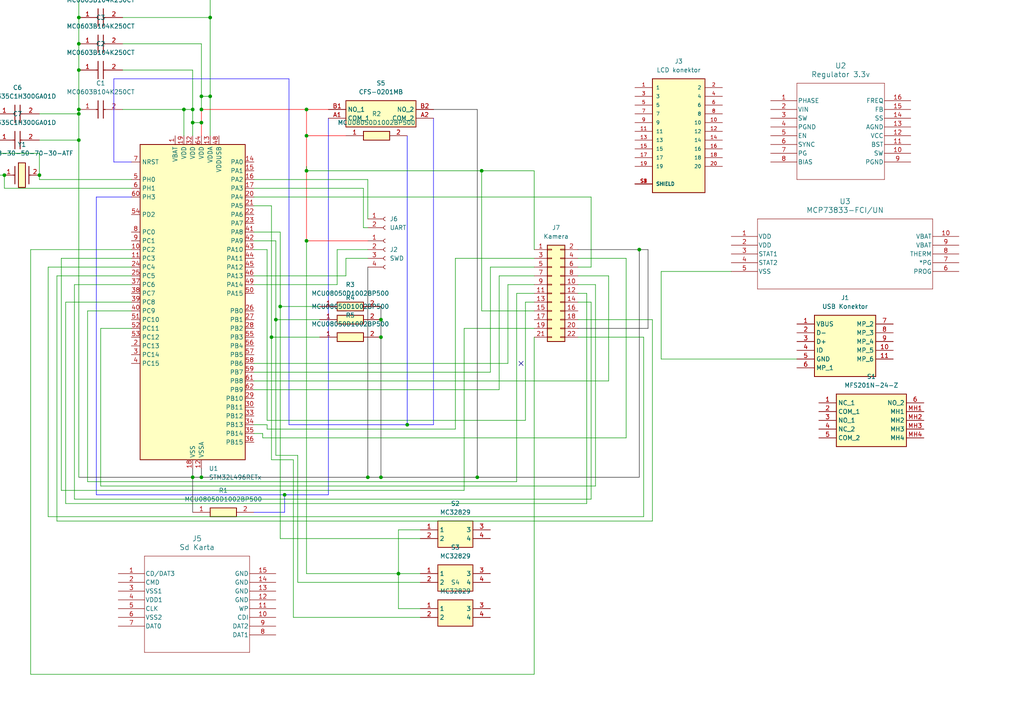
<source format=kicad_sch>
(kicad_sch (version 20250114) (generator "eeschema") (generator_version "9.0")
  (paper "A4")
  (lib_symbols
    (symbol "2025-09-30_17-10-32:MPQ4432GL-AEC1-P" (pin_names (offset 0.254))
      (property "Reference" "U" (at 20.32 10.16 0))
      (property "Value" "MPQ4432GL-AEC1-P" (at 20.32 7.62 0))
      (symbol "MPQ4432GL-AEC1-P_0_1"
        (polyline (pts (xy 7.62 5.08) (xy 7.62 -22.86)) (stroke (width 0.127)))
        (polyline (pts (xy 7.62 -22.86) (xy 33.02 -22.86)) (stroke (width 0.127)))
        (polyline (pts (xy 33.02 5.08) (xy 7.62 5.08)) (stroke (width 0.127)))
        (polyline (pts (xy 33.02 -22.86) (xy 33.02 5.08)) (stroke (width 0.127)))
        (pin unspecified line (at 0 0 0) (length 7.62) (name "PHASE") (number "1"))
        (pin power_in line (at 0 -2.54 0) (length 7.62) (name "VIN") (number "2"))
        (pin output line (at 0 -5.08 0) (length 7.62) (name "SW") (number "3"))
        (pin power_out line (at 0 -7.62 0) (length 7.62) (name "PGND") (number "4"))
        (pin unspecified line (at 0 -10.16 0) (length 7.62) (name "EN") (number "5"))
        (pin unspecified line (at 0 -12.7 0) (length 7.62) (name "SYNC") (number "6"))
        (pin output line (at 0 -15.24 0) (length 7.62) (name "PG") (number "7"))
        (pin power_in line (at 0 -17.78 0) (length 7.62) (name "BIAS") (number "8"))
        (pin unspecified line (at 40.64 0 180) (length 7.62) (name "FREQ") (number "16"))
        (pin input line (at 40.64 -2.54 180) (length 7.62) (name "FB") (number "15"))
        (pin input line (at 40.64 -5.08 180) (length 7.62) (name "SS") (number "14"))
        (pin power_out line (at 40.64 -7.62 180) (length 7.62) (name "AGND") (number "13"))
        (pin power_in line (at 40.64 -10.16 180) (length 7.62) (name "VCC") (number "12"))
        (pin power_in line (at 40.64 -12.7 180) (length 7.62) (name "BST") (number "11"))
        (pin output line (at 40.64 -15.24 180) (length 7.62) (name "SW") (number "10"))
        (pin power_out line (at 40.64 -17.78 180) (length 7.62) (name "PGND") (number "9"))
      )
    )
    (symbol "2025-09-30_17-20-56:MCP73833-FCI_UN" (pin_names (offset 0.254))
      (property "Reference" "U" (at 33.02 10.16 0))
      (property "Value" "MCP73833-FCI/UN" (at 33.02 7.62 0))
      (symbol "MCP73833-FCI_UN_0_1"
        (polyline (pts (xy 7.62 5.08) (xy 7.62 -15.24)) (stroke (width 0.127)))
        (polyline (pts (xy 7.62 -15.24) (xy 58.42 -15.24)) (stroke (width 0.127)))
        (polyline (pts (xy 58.42 5.08) (xy 7.62 5.08)) (stroke (width 0.127)))
        (polyline (pts (xy 58.42 -15.24) (xy 58.42 5.08)) (stroke (width 0.127)))
        (pin unspecified line (at 0 0 0) (length 7.62) (name "VDD") (number "1"))
        (pin unspecified line (at 0 -2.54 0) (length 7.62) (name "VDD") (number "2"))
        (pin unspecified line (at 0 -5.08 0) (length 7.62) (name "STAT1") (number "3"))
        (pin unspecified line (at 0 -7.62 0) (length 7.62) (name "STAT2") (number "4"))
        (pin unspecified line (at 0 -10.16 0) (length 7.62) (name "VSS") (number "5"))
        (pin unspecified line (at 66.04 0 180) (length 7.62) (name "VBAT") (number "10"))
        (pin unspecified line (at 66.04 -2.54 180) (length 7.62) (name "VBAT") (number "9"))
        (pin unspecified line (at 66.04 -5.08 180) (length 7.62) (name "THERM") (number "8"))
        (pin unspecified line (at 66.04 -7.62 180) (length 7.62) (name "*PG") (number "7"))
        (pin unspecified line (at 66.04 -10.16 180) (length 7.62) (name "PROG") (number "6"))
      )
    )
    (symbol "2025-09-30_19-14-30:GSD090012SEU" (pin_names (offset 0.254))
      (property "Reference" "J" (at 22.86 10.16 0))
      (property "Value" "GSD090012SEU" (at 22.86 7.62 0))
      (symbol "GSD090012SEU_0_1"
        (polyline (pts (xy 7.62 5.08) (xy 7.62 -22.86)) (stroke (width 0.127)))
        (polyline (pts (xy 7.62 -22.86) (xy 38.1 -22.86)) (stroke (width 0.127)))
        (polyline (pts (xy 38.1 5.08) (xy 7.62 5.08)) (stroke (width 0.127)))
        (polyline (pts (xy 38.1 -22.86) (xy 38.1 5.08)) (stroke (width 0.127)))
        (pin unspecified line (at 0 0 0) (length 7.62) (name "CD/DAT3") (number "1"))
        (pin unspecified line (at 0 -2.54 0) (length 7.62) (name "CMD") (number "2"))
        (pin power_out line (at 0 -5.08 0) (length 7.62) (name "VSS1") (number "3"))
        (pin power_in line (at 0 -7.62 0) (length 7.62) (name "VDD1") (number "4"))
        (pin unspecified line (at 0 -10.16 0) (length 7.62) (name "CLK") (number "5"))
        (pin power_out line (at 0 -12.7 0) (length 7.62) (name "VSS2") (number "6"))
        (pin bidirectional line (at 0 -15.24 0) (length 7.62) (name "DAT0") (number "7"))
        (pin power_out line (at 45.72 0 180) (length 7.62) (name "GND") (number "15"))
        (pin power_out line (at 45.72 -2.54 180) (length 7.62) (name "GND") (number "14"))
        (pin power_out line (at 45.72 -5.08 180) (length 7.62) (name "GND") (number "13"))
        (pin power_out line (at 45.72 -7.62 180) (length 7.62) (name "GND") (number "12"))
        (pin unspecified line (at 45.72 -10.16 180) (length 7.62) (name "WP") (number "11"))
        (pin unspecified line (at 45.72 -12.7 180) (length 7.62) (name "CDI") (number "10"))
        (pin bidirectional line (at 45.72 -15.24 180) (length 7.62) (name "DAT2") (number "9"))
        (pin bidirectional line (at 45.72 -17.78 180) (length 7.62) (name "DAT1") (number "8"))
      )
    )
    (symbol "47346-0001:47346-0001"
      (property "Reference" "J" (at 24.13 7.62 0))
      (property "Value" "47346-0001" (at 24.13 5.08 0))
      (symbol "47346-0001_1_1"
        (rectangle (start 5.08 2.54) (end 22.86 -15.24) (stroke (width 0.254)) (fill (type background)))
        (pin passive line (at 0 0 0) (length 5.08) (name "VBUS") (number "1"))
        (pin passive line (at 0 -2.54 0) (length 5.08) (name "D-") (number "2"))
        (pin passive line (at 0 -5.08 0) (length 5.08) (name "D+") (number "3"))
        (pin passive line (at 0 -7.62 0) (length 5.08) (name "ID") (number "4"))
        (pin passive line (at 0 -10.16 0) (length 5.08) (name "GND") (number "5"))
        (pin passive line (at 0 -12.7 0) (length 5.08) (name "MP_1") (number "6"))
        (pin passive line (at 27.94 0 180) (length 5.08) (name "MP_2") (number "7"))
        (pin passive line (at 27.94 -2.54 180) (length 5.08) (name "MP_3") (number "8"))
        (pin passive line (at 27.94 -5.08 180) (length 5.08) (name "MP_4") (number "9"))
        (pin passive line (at 27.94 -7.62 180) (length 5.08) (name "MP_5") (number "10"))
        (pin passive line (at 27.94 -10.16 180) (length 5.08) (name "MP_6") (number "11"))
      )
    )
    (symbol "CFS-0201MB:CFS-0201MB"
      (property "Reference" "S" (at 26.67 7.62 0))
      (property "Value" "CFS-0201MB" (at 26.67 5.08 0))
      (symbol "CFS-0201MB_1_1"
        (rectangle (start 5.08 2.54) (end 25.4 -5.08) (stroke (width 0.254)) (fill (type background)))
        (pin passive line (at 0 0 0) (length 5.08) (name "NO_1") (number "B1"))
        (pin passive line (at 0 -2.54 0) (length 5.08) (name "COM_1") (number "A1"))
        (pin passive line (at 30.48 0 180) (length 5.08) (name "NO_2") (number "B2"))
        (pin passive line (at 30.48 -2.54 180) (length 5.08) (name "COM_2") (number "A2"))
      )
    )
    (symbol "Connector:Conn_01x02_Socket" (pin_names (offset 1.016) (hide yes))
      (property "Reference" "J" (at 0 2.54 0))
      (property "Value" "Conn_01x02_Socket" (at 0 -5.08 0))
      (symbol "Conn_01x02_Socket_1_1"
        (polyline (pts (xy -1.27 0) (xy -0.508 0)) (stroke (width 0.1524)))
        (polyline (pts (xy -1.27 -2.54) (xy -0.508 -2.54)) (stroke (width 0.1524)))
        (arc (start 0 -0.508) (mid -0.5058 0) (end 0 0.508) (stroke (width 0.1524)))
        (arc (start 0 -3.048) (mid -0.5058 -2.54) (end 0 -2.032) (stroke (width 0.1524)))
        (pin passive line (at -5.08 0 0) (length 3.81) (name "Pin_1") (number "1"))
        (pin passive line (at -5.08 -2.54 0) (length 3.81) (name "Pin_2") (number "2"))
      )
    )
    (symbol "Connector:Conn_01x04_Socket" (pin_names (offset 1.016) (hide yes))
      (property "Reference" "J" (at 0 5.08 0))
      (property "Value" "Conn_01x04_Socket" (at 0 -7.62 0))
      (symbol "Conn_01x04_Socket_1_1"
        (polyline (pts (xy -1.27 2.54) (xy -0.508 2.54)) (stroke (width 0.1524)))
        (polyline (pts (xy -1.27 0) (xy -0.508 0)) (stroke (width 0.1524)))
        (polyline (pts (xy -1.27 -2.54) (xy -0.508 -2.54)) (stroke (width 0.1524)))
        (polyline (pts (xy -1.27 -5.08) (xy -0.508 -5.08)) (stroke (width 0.1524)))
        (arc (start 0 2.032) (mid -0.5058 2.54) (end 0 3.048) (stroke (width 0.1524)))
        (arc (start 0 -0.508) (mid -0.5058 0) (end 0 0.508) (stroke (width 0.1524)))
        (arc (start 0 -3.048) (mid -0.5058 -2.54) (end 0 -2.032) (stroke (width 0.1524)))
        (arc (start 0 -5.588) (mid -0.5058 -5.08) (end 0 -4.572) (stroke (width 0.1524)))
        (pin passive line (at -5.08 2.54 0) (length 3.81) (name "Pin_1") (number "1"))
        (pin passive line (at -5.08 0 0) (length 3.81) (name "Pin_2") (number "2"))
        (pin passive line (at -5.08 -2.54 0) (length 3.81) (name "Pin_3") (number "3"))
        (pin passive line (at -5.08 -5.08 0) (length 3.81) (name "Pin_4") (number "4"))
      )
    )
    (symbol "Connector_Generic:Conn_02x11_Odd_Even" (pin_names (offset 1.016) (hide yes))
      (property "Reference" "J" (at 1.27 15.24 0))
      (property "Value" "Conn_02x11_Odd_Even" (at 1.27 -15.24 0))
      (symbol "Conn_02x11_Odd_Even_1_1"
        (rectangle (start -1.27 13.97) (end 3.81 -13.97) (stroke (width 0.254)) (fill (type background)))
        (rectangle (start -1.27 12.827) (end 0 12.573) (stroke (width 0.1524)))
        (rectangle (start -1.27 10.287) (end 0 10.033) (stroke (width 0.1524)))
        (rectangle (start -1.27 7.747) (end 0 7.493) (stroke (width 0.1524)))
        (rectangle (start -1.27 5.207) (end 0 4.953) (stroke (width 0.1524)))
        (rectangle (start -1.27 2.667) (end 0 2.413) (stroke (width 0.1524)))
        (rectangle (start -1.27 0.127) (end 0 -0.127) (stroke (width 0.1524)))
        (rectangle (start -1.27 -2.413) (end 0 -2.667) (stroke (width 0.1524)))
        (rectangle (start -1.27 -4.953) (end 0 -5.207) (stroke (width 0.1524)))
        (rectangle (start -1.27 -7.493) (end 0 -7.747) (stroke (width 0.1524)))
        (rectangle (start -1.27 -10.033) (end 0 -10.287) (stroke (width 0.1524)))
        (rectangle (start -1.27 -12.573) (end 0 -12.827) (stroke (width 0.1524)))
        (rectangle (start 3.81 12.827) (end 2.54 12.573) (stroke (width 0.1524)))
        (rectangle (start 3.81 10.287) (end 2.54 10.033) (stroke (width 0.1524)))
        (rectangle (start 3.81 7.747) (end 2.54 7.493) (stroke (width 0.1524)))
        (rectangle (start 3.81 5.207) (end 2.54 4.953) (stroke (width 0.1524)))
        (rectangle (start 3.81 2.667) (end 2.54 2.413) (stroke (width 0.1524)))
        (rectangle (start 3.81 0.127) (end 2.54 -0.127) (stroke (width 0.1524)))
        (rectangle (start 3.81 -2.413) (end 2.54 -2.667) (stroke (width 0.1524)))
        (rectangle (start 3.81 -4.953) (end 2.54 -5.207) (stroke (width 0.1524)))
        (rectangle (start 3.81 -7.493) (end 2.54 -7.747) (stroke (width 0.1524)))
        (rectangle (start 3.81 -10.033) (end 2.54 -10.287) (stroke (width 0.1524)))
        (rectangle (start 3.81 -12.573) (end 2.54 -12.827) (stroke (width 0.1524)))
        (pin passive line (at -5.08 12.7 0) (length 3.81) (name "Pin_1") (number "1"))
        (pin passive line (at -5.08 10.16 0) (length 3.81) (name "Pin_3") (number "3"))
        (pin passive line (at -5.08 7.62 0) (length 3.81) (name "Pin_5") (number "5"))
        (pin passive line (at -5.08 5.08 0) (length 3.81) (name "Pin_7") (number "7"))
        (pin passive line (at -5.08 2.54 0) (length 3.81) (name "Pin_9") (number "9"))
        (pin passive line (at -5.08 0 0) (length 3.81) (name "Pin_11") (number "11"))
        (pin passive line (at -5.08 -2.54 0) (length 3.81) (name "Pin_13") (number "13"))
        (pin passive line (at -5.08 -5.08 0) (length 3.81) (name "Pin_15") (number "15"))
        (pin passive line (at -5.08 -7.62 0) (length 3.81) (name "Pin_17") (number "17"))
        (pin passive line (at -5.08 -10.16 0) (length 3.81) (name "Pin_19") (number "19"))
        (pin passive line (at -5.08 -12.7 0) (length 3.81) (name "Pin_21") (number "21"))
        (pin passive line (at 7.62 12.7 180) (length 3.81) (name "Pin_2") (number "2"))
        (pin passive line (at 7.62 10.16 180) (length 3.81) (name "Pin_4") (number "4"))
        (pin passive line (at 7.62 7.62 180) (length 3.81) (name "Pin_6") (number "6"))
        (pin passive line (at 7.62 5.08 180) (length 3.81) (name "Pin_8") (number "8"))
        (pin passive line (at 7.62 2.54 180) (length 3.81) (name "Pin_10") (number "10"))
        (pin passive line (at 7.62 0 180) (length 3.81) (name "Pin_12") (number "12"))
        (pin passive line (at 7.62 -2.54 180) (length 3.81) (name "Pin_14") (number "14"))
        (pin passive line (at 7.62 -5.08 180) (length 3.81) (name "Pin_16") (number "16"))
        (pin passive line (at 7.62 -7.62 180) (length 3.81) (name "Pin_18") (number "18"))
        (pin passive line (at 7.62 -10.16 180) (length 3.81) (name "Pin_20") (number "20"))
        (pin passive line (at 7.62 -12.7 180) (length 3.81) (name "Pin_22") (number "22"))
      )
    )
    (symbol "FFC2A32-20-T:FFC2A32-20-T" (pin_names (offset 1.016))
      (property "Reference" "J" (at -7.62 16.002 0))
      (property "Value" "FFC2A32-20-T" (at -7.62 -20.32 0))
      (symbol "FFC2A32-20-T_0_0"
        (rectangle (start -7.62 -17.78) (end 7.62 15.24) (stroke (width 0.254)) (fill (type background)))
        (pin passive line (at -12.7 12.7 0) (length 5.08) (name "1") (number "1"))
        (pin passive line (at -12.7 10.16 0) (length 5.08) (name "3") (number "3"))
        (pin passive line (at -12.7 7.62 0) (length 5.08) (name "5") (number "5"))
        (pin passive line (at -12.7 5.08 0) (length 5.08) (name "7") (number "7"))
        (pin passive line (at -12.7 2.54 0) (length 5.08) (name "9") (number "9"))
        (pin passive line (at -12.7 0 0) (length 5.08) (name "11") (number "11"))
        (pin passive line (at -12.7 -2.54 0) (length 5.08) (name "13") (number "13"))
        (pin passive line (at -12.7 -5.08 0) (length 5.08) (name "15") (number "15"))
        (pin passive line (at -12.7 -7.62 0) (length 5.08) (name "17") (number "17"))
        (pin passive line (at -12.7 -10.16 0) (length 5.08) (name "19") (number "19"))
        (pin passive line (at -12.7 -15.24 0) (length 5.08) (name "SHIELD") (number "S1"))
        (pin passive line (at -12.7 -15.24 0) (length 5.08) (name "SHIELD") (number "S2"))
        (pin passive line (at -12.7 -15.24 0) (length 5.08) (name "SHIELD") (number "S3"))
        (pin passive line (at -12.7 -15.24 0) (length 5.08) (name "SHIELD") (number "S4"))
        (pin passive line (at 12.7 12.7 180) (length 5.08) (name "2") (number "2"))
        (pin passive line (at 12.7 10.16 180) (length 5.08) (name "4") (number "4"))
        (pin passive line (at 12.7 7.62 180) (length 5.08) (name "6") (number "6"))
        (pin passive line (at 12.7 5.08 180) (length 5.08) (name "8") (number "8"))
        (pin passive line (at 12.7 2.54 180) (length 5.08) (name "10") (number "10"))
        (pin passive line (at 12.7 0 180) (length 5.08) (name "12") (number "12"))
        (pin passive line (at 12.7 -2.54 180) (length 5.08) (name "14") (number "14"))
        (pin passive line (at 12.7 -5.08 180) (length 5.08) (name "16") (number "16"))
        (pin passive line (at 12.7 -7.62 180) (length 5.08) (name "18") (number "18"))
        (pin passive line (at 12.7 -10.16 180) (length 5.08) (name "20") (number "20"))
      )
    )
    (symbol "GRM0335C1H300GA01D:GRM0335C1H300GA01D" (pin_names (hide yes))
      (property "Reference" "C" (at 8.89 6.35 0))
      (property "Value" "GRM0335C1H300GA01D" (at 8.89 3.81 0))
      (symbol "GRM0335C1H300GA01D_1_1"
        (polyline (pts (xy 5.08 0) (xy 5.588 0)) (stroke (width 0.254)))
        (polyline (pts (xy 5.588 2.54) (xy 5.588 -2.54)) (stroke (width 0.254)))
        (polyline (pts (xy 7.112 2.54) (xy 7.112 -2.54)) (stroke (width 0.254)))
        (polyline (pts (xy 7.112 0) (xy 7.62 0)) (stroke (width 0.254)))
        (pin passive line (at 0 0 0) (length 5.08) (name "1") (number "1"))
        (pin passive line (at 12.7 0 180) (length 5.08) (name "2") (number "2"))
      )
    )
    (symbol "HC49S-8-30-50-70-30-ATF:HC49S-8-30-50-70-30-ATF" (pin_names (hide yes))
      (property "Reference" "Y" (at 8.89 6.35 0))
      (property "Value" "HC49S-8-30-50-70-30-ATF" (at 8.89 3.81 0))
      (symbol "HC49S-8-30-50-70-30-ATF_1_1"
        (polyline (pts (xy 3.048 2.54) (xy 3.048 -2.54)) (stroke (width 0.254)))
        (polyline (pts (xy 3.048 0) (xy 2.54 0)) (stroke (width 0.254)))
        (rectangle (start 4.064 3.556) (end 6.096 -3.556) (stroke (width 0.254)) (fill (type background)))
        (polyline (pts (xy 7.112 2.54) (xy 7.112 -2.54)) (stroke (width 0.254)))
        (polyline (pts (xy 7.112 0) (xy 7.62 0)) (stroke (width 0.254)))
        (pin passive line (at 0 0 0) (length 2.54) (name "1") (number "1"))
        (pin passive line (at 10.16 0 180) (length 2.54) (name "2") (number "2"))
      )
    )
    (symbol "MC0603B104K250CT:MC0603B104K250CT" (pin_names (hide yes))
      (property "Reference" "C" (at 8.89 6.35 0))
      (property "Value" "MC0603B104K250CT" (at 8.89 3.81 0))
      (symbol "MC0603B104K250CT_1_1"
        (polyline (pts (xy 5.08 0) (xy 5.588 0)) (stroke (width 0.254)))
        (polyline (pts (xy 5.588 2.54) (xy 5.588 -2.54)) (stroke (width 0.254)))
        (polyline (pts (xy 7.112 2.54) (xy 7.112 -2.54)) (stroke (width 0.254)))
        (polyline (pts (xy 7.112 0) (xy 7.62 0)) (stroke (width 0.254)))
        (pin passive line (at 0 0 0) (length 5.08) (name "1") (number "1"))
        (pin passive line (at 12.7 0 180) (length 5.08) (name "2") (number "2"))
      )
    )
    (symbol "MC0805B105K160CT:MC0805B105K160CT" (pin_names (hide yes))
      (property "Reference" "C" (at 8.89 6.35 0))
      (property "Value" "MC0805B105K160CT" (at 8.89 3.81 0))
      (symbol "MC0805B105K160CT_1_1"
        (polyline (pts (xy 5.08 0) (xy 5.588 0)) (stroke (width 0.254)))
        (polyline (pts (xy 5.588 2.54) (xy 5.588 -2.54)) (stroke (width 0.254)))
        (polyline (pts (xy 7.112 2.54) (xy 7.112 -2.54)) (stroke (width 0.254)))
        (polyline (pts (xy 7.112 0) (xy 7.62 0)) (stroke (width 0.254)))
        (pin passive line (at 0 0 0) (length 5.08) (name "1") (number "1"))
        (pin passive line (at 12.7 0 180) (length 5.08) (name "2") (number "2"))
      )
    )
    (symbol "MC32829:MC32829"
      (property "Reference" "S" (at 16.51 7.62 0))
      (property "Value" "MC32829" (at 16.51 5.08 0))
      (symbol "MC32829_1_1"
        (rectangle (start 5.08 2.54) (end 15.24 -5.08) (stroke (width 0.254)) (fill (type background)))
        (pin passive line (at 0 0 0) (length 5.08) (name "1") (number "1"))
        (pin passive line (at 0 -2.54 0) (length 5.08) (name "2") (number "2"))
        (pin passive line (at 20.32 0 180) (length 5.08) (name "3") (number "3"))
        (pin passive line (at 20.32 -2.54 180) (length 5.08) (name "4") (number "4"))
      )
    )
    (symbol "MCU08050D1002BP500:MCU08050D1002BP500" (pin_names (hide yes))
      (property "Reference" "R" (at 13.97 6.35 0))
      (property "Value" "MCU08050D1002BP500" (at 13.97 3.81 0))
      (symbol "MCU08050D1002BP500_1_1"
        (rectangle (start 5.08 1.27) (end 12.7 -1.27) (stroke (width 0.254)) (fill (type background)))
        (pin passive line (at 0 0 0) (length 5.08) (name "1") (number "1"))
        (pin passive line (at 17.78 0 180) (length 5.08) (name "2") (number "2"))
      )
    )
    (symbol "MCU_ST_STM32L4:STM32L496RETx"
      (property "Reference" "U" (at -15.24 46.99 0))
      (property "Value" "STM32L496RETx" (at 10.16 46.99 0))
      (symbol "STM32L496RETx_0_1"
        (rectangle (start -15.24 -45.72) (end 15.24 45.72) (stroke (width 0.254)) (fill (type background)))
      )
      (symbol "STM32L496RETx_1_1"
        (pin input line (at -17.78 40.64 0) (length 2.54) (name "NRST") (number "7"))
        (pin bidirectional line (at -17.78 35.56 0) (length 2.54) (name "PH0") (number "5"))
        (pin bidirectional line (at -17.78 33.02 0) (length 2.54) (name "PH1") (number "6"))
        (pin bidirectional line (at -17.78 30.48 0) (length 2.54) (name "PH3") (number "60"))
        (pin bidirectional line (at -17.78 25.4 0) (length 2.54) (name "PD2") (number "54"))
        (pin bidirectional line (at -17.78 20.32 0) (length 2.54) (name "PC0") (number "8"))
        (pin bidirectional line (at -17.78 17.78 0) (length 2.54) (name "PC1") (number "9"))
        (pin bidirectional line (at -17.78 15.24 0) (length 2.54) (name "PC2") (number "10"))
        (pin bidirectional line (at -17.78 12.7 0) (length 2.54) (name "PC3") (number "11"))
        (pin bidirectional line (at -17.78 10.16 0) (length 2.54) (name "PC4") (number "24"))
        (pin bidirectional line (at -17.78 7.62 0) (length 2.54) (name "PC5") (number "25"))
        (pin bidirectional line (at -17.78 5.08 0) (length 2.54) (name "PC6") (number "37"))
        (pin bidirectional line (at -17.78 2.54 0) (length 2.54) (name "PC7") (number "38"))
        (pin bidirectional line (at -17.78 0 0) (length 2.54) (name "PC8") (number "39"))
        (pin bidirectional line (at -17.78 -2.54 0) (length 2.54) (name "PC9") (number "40"))
        (pin bidirectional line (at -17.78 -5.08 0) (length 2.54) (name "PC10") (number "51"))
        (pin bidirectional line (at -17.78 -7.62 0) (length 2.54) (name "PC11") (number "52"))
        (pin bidirectional line (at -17.78 -10.16 0) (length 2.54) (name "PC12") (number "53"))
        (pin bidirectional line (at -17.78 -12.7 0) (length 2.54) (name "PC13") (number "2"))
        (pin bidirectional line (at -17.78 -15.24 0) (length 2.54) (name "PC14") (number "3"))
        (pin bidirectional line (at -17.78 -17.78 0) (length 2.54) (name "PC15") (number "4"))
        (pin power_in line (at -5.08 48.26 270) (length 2.54) (name "VBAT") (number "1"))
        (pin power_in line (at -2.54 48.26 270) (length 2.54) (name "VDD") (number "19"))
        (pin power_in line (at 0 48.26 270) (length 2.54) (name "VDD") (number "32"))
        (pin power_in line (at 0 -48.26 90) (length 2.54) (name "VSS") (number "18"))
        (pin passive line (at 0 -48.26 90) (length 2.54) (hide yes) (name "VSS") (number "31"))
        (pin passive line (at 0 -48.26 90) (length 2.54) (hide yes) (name "VSS") (number "47"))
        (pin passive line (at 0 -48.26 90) (length 2.54) (hide yes) (name "VSS") (number "63"))
        (pin power_in line (at 2.54 48.26 270) (length 2.54) (name "VDD") (number "64"))
        (pin power_in line (at 2.54 -48.26 90) (length 2.54) (name "VSSA") (number "12"))
        (pin power_in line (at 5.08 48.26 270) (length 2.54) (name "VDDA") (number "13"))
        (pin power_in line (at 7.62 48.26 270) (length 2.54) (name "VDDUSB") (number "48"))
        (pin bidirectional line (at 17.78 40.64 180) (length 2.54) (name "PA0") (number "14"))
        (pin bidirectional line (at 17.78 38.1 180) (length 2.54) (name "PA1") (number "15"))
        (pin bidirectional line (at 17.78 35.56 180) (length 2.54) (name "PA2") (number "16"))
        (pin bidirectional line (at 17.78 33.02 180) (length 2.54) (name "PA3") (number "17"))
        (pin bidirectional line (at 17.78 30.48 180) (length 2.54) (name "PA4") (number "20"))
        (pin bidirectional line (at 17.78 27.94 180) (length 2.54) (name "PA5") (number "21"))
        (pin bidirectional line (at 17.78 25.4 180) (length 2.54) (name "PA6") (number "22"))
        (pin bidirectional line (at 17.78 22.86 180) (length 2.54) (name "PA7") (number "23"))
        (pin bidirectional line (at 17.78 20.32 180) (length 2.54) (name "PA8") (number "41"))
        (pin bidirectional line (at 17.78 17.78 180) (length 2.54) (name "PA9") (number "42"))
        (pin bidirectional line (at 17.78 15.24 180) (length 2.54) (name "PA10") (number "43"))
        (pin bidirectional line (at 17.78 12.7 180) (length 2.54) (name "PA11") (number "44"))
        (pin bidirectional line (at 17.78 10.16 180) (length 2.54) (name "PA12") (number "45"))
        (pin bidirectional line (at 17.78 7.62 180) (length 2.54) (name "PA13") (number "46"))
        (pin bidirectional line (at 17.78 5.08 180) (length 2.54) (name "PA14") (number "49"))
        (pin bidirectional line (at 17.78 2.54 180) (length 2.54) (name "PA15") (number "50"))
        (pin bidirectional line (at 17.78 -2.54 180) (length 2.54) (name "PB0") (number "26"))
        (pin bidirectional line (at 17.78 -5.08 180) (length 2.54) (name "PB1") (number "27"))
        (pin bidirectional line (at 17.78 -7.62 180) (length 2.54) (name "PB2") (number "28"))
        (pin bidirectional line (at 17.78 -10.16 180) (length 2.54) (name "PB3") (number "55"))
        (pin bidirectional line (at 17.78 -12.7 180) (length 2.54) (name "PB4") (number "56"))
        (pin bidirectional line (at 17.78 -15.24 180) (length 2.54) (name "PB5") (number "57"))
        (pin bidirectional line (at 17.78 -17.78 180) (length 2.54) (name "PB6") (number "58"))
        (pin bidirectional line (at 17.78 -20.32 180) (length 2.54) (name "PB7") (number "59"))
        (pin bidirectional line (at 17.78 -22.86 180) (length 2.54) (name "PB8") (number "61"))
        (pin bidirectional line (at 17.78 -25.4 180) (length 2.54) (name "PB9") (number "62"))
        (pin bidirectional line (at 17.78 -27.94 180) (length 2.54) (name "PB10") (number "29"))
        (pin bidirectional line (at 17.78 -30.48 180) (length 2.54) (name "PB11") (number "30"))
        (pin bidirectional line (at 17.78 -33.02 180) (length 2.54) (name "PB12") (number "33"))
        (pin bidirectional line (at 17.78 -35.56 180) (length 2.54) (name "PB13") (number "34"))
        (pin bidirectional line (at 17.78 -38.1 180) (length 2.54) (name "PB14") (number "35"))
        (pin bidirectional line (at 17.78 -40.64 180) (length 2.54) (name "PB15") (number "36"))
      )
    )
    (symbol "MFS201N-24-Z:MFS201N-24-Z"
      (property "Reference" "S" (at 26.67 7.62 0))
      (property "Value" "MFS201N-24-Z" (at 26.67 5.08 0))
      (symbol "MFS201N-24-Z_1_1"
        (rectangle (start 5.08 2.54) (end 25.4 -12.7) (stroke (width 0.254)) (fill (type background)))
        (pin passive line (at 0 0 0) (length 5.08) (name "NC_1") (number "1"))
        (pin passive line (at 0 -2.54 0) (length 5.08) (name "COM_1") (number "2"))
        (pin passive line (at 0 -5.08 0) (length 5.08) (name "NO_1") (number "3"))
        (pin passive line (at 0 -7.62 0) (length 5.08) (name "NC_2") (number "4"))
        (pin passive line (at 0 -10.16 0) (length 5.08) (name "COM_2") (number "5"))
        (pin passive line (at 30.48 0 180) (length 5.08) (name "NO_2") (number "6"))
        (pin passive line (at 30.48 -2.54 180) (length 5.08) (name "MH1") (number "MH1"))
        (pin passive line (at 30.48 -5.08 180) (length 5.08) (name "MH2") (number "MH2"))
        (pin passive line (at 30.48 -7.62 180) (length 5.08) (name "MH3") (number "MH3"))
        (pin passive line (at 30.48 -10.16 180) (length 5.08) (name "MH4") (number "MH4"))
      )
    )
  )
  (junction (at 22.86 20.32))
  (junction (at 88.9 69.85))
  (junction (at 88.9 49.53))
  (junction (at 115.57 166.37))
  (junction (at 58.42 31.75))
  (junction (at 11.43 50.8))
  (junction (at 110.49 97.79))
  (junction (at 58.42 27.94))
  (junction (at 110.49 92.71))
  (junction (at 185.42 72.39))
  (junction (at 55.88 138.43))
  (junction (at 22.86 40.64))
  (junction (at 53.34 31.75))
  (junction (at 22.86 5.08))
  (junction (at 110.49 138.43))
  (junction (at 22.86 31.75))
  (junction (at 118.11 123.19))
  (junction (at 55.88 35.56))
  (junction (at 58.42 138.43))
  (junction (at 81.28 88.9))
  (junction (at 60.96 27.94))
  (junction (at 88.9 31.75))
  (junction (at 78.74 97.79))
  (junction (at 80.01 92.71))
  (junction (at 55.88 31.75))
  (junction (at 88.9 39.37))
  (junction (at 82.55 143.51))
  (junction (at 58.42 35.56))
  (junction (at 106.68 138.43))
  (junction (at 1.27 50.8))
  (junction (at 22.86 12.7))
  (junction (at 60.96 5.08))
  (junction (at 139.7 49.53))
  (junction (at 138.43 138.43))
  (junction (at 22.86 33.02))
  (no_connect (at 151.13 105.41))
  (wire (pts (xy 115.57 176.53) (xy 115.57 166.37)))
  (wire (pts (xy 19.05 87.63) (xy 38.1 87.63)))
  (wire (pts (xy 167.64 85.09) (xy 170.18 85.09)))
  (wire (pts (xy 55.88 35.56) (xy 55.88 39.37)))
  (wire (pts (xy 167.64 77.47) (xy 171.45 77.47)))
  (wire (pts (xy 58.42 27.94) (xy 60.96 27.94)))
  (wire (pts (xy 171.45 77.47) (xy 171.45 57.15)))
  (wire (pts (xy 22.86 5.08) (xy 22.86 12.7)))
  (wire (pts (xy 88.9 69.85) (xy 88.9 49.53)) (stroke (width 0) (color 255 0 0 1)))
  (wire (pts (xy 86.36 168.91) (xy 86.36 132.08)))
  (wire (pts (xy -5.08 50.8) (xy 1.27 50.8)))
  (wire (pts (xy 121.92 179.07) (xy 85.09 179.07)))
  (wire (pts (xy 82.55 143.51) (xy 95.25 143.51)) (stroke (width 0) (color 8 0 255 1)))
  (wire (pts (xy 77.47 72.39) (xy 73.66 72.39)))
  (wire (pts (xy 22.86 12.7) (xy 22.86 20.32)))
  (wire (pts (xy 53.34 31.75) (xy 55.88 31.75)))
  (wire (pts (xy 154.94 97.79) (xy 154.94 195.58)))
  (wire (pts (xy 22.86 -3.81) (xy 22.86 5.08)))
  (wire (pts (xy 16.51 151.13) (xy 16.51 80.01)))
  (wire (pts (xy 16.51 80.01) (xy 38.1 80.01)))
  (wire (pts (xy 33.02 22.86) (xy 83.82 22.86)) (stroke (width 0) (color 21 0 255 1)))
  (wire (pts (xy 121.92 156.21) (xy 81.28 156.21)))
  (wire (pts (xy 77.47 124.46) (xy 77.47 123.19)))
  (wire (pts (xy 115.57 153.67) (xy 121.92 153.67)))
  (wire (pts (xy 100.33 39.37) (xy 88.9 39.37)) (stroke (width 0) (color 255 0 5 1)))
  (wire (pts (xy 22.86 33.02) (xy 22.86 40.64)))
  (wire (pts (xy 115.57 166.37) (xy 88.9 166.37)))
  (wire (pts (xy 76.2 127) (xy 76.2 125.73)))
  (wire (pts (xy 88.9 166.37) (xy 88.9 69.85)))
  (wire (pts (xy 167.64 80.01) (xy 176.53 80.01)))
  (wire (pts (xy 73.66 52.07) (xy 106.68 52.07)))
  (wire (pts (xy 139.7 49.53) (xy 88.9 49.53)))
  (wire (pts (xy 191.77 104.14) (xy 191.77 78.74)))
  (wire (pts (xy -1.27 33.02) (xy -5.08 33.02)))
  (wire (pts (xy 147.32 82.55) (xy 147.32 105.41)))
  (wire (pts (xy 118.11 39.37) (xy 118.11 123.19)) (stroke (width 0) (color 0 1 255 1)))
  (wire (pts (xy 80.01 92.71) (xy 92.71 92.71)))
  (wire (pts (xy 78.74 97.79) (xy 92.71 97.79)))
  (wire (pts (xy 27.94 143.51) (xy 27.94 57.15)) (stroke (width 0) (color 8 0 255 1)))
  (wire (pts (xy 22.86 31.75) (xy 22.86 33.02)))
  (wire (pts (xy 81.28 156.21) (xy 81.28 88.9)))
  (wire (pts (xy 170.18 85.09) (xy 170.18 146.05)))
  (wire (pts (xy 97.79 82.55) (xy 97.79 72.39)))
  (wire (pts (xy 8.89 195.58) (xy 8.89 72.39)))
  (wire (pts (xy 55.88 31.75) (xy 55.88 35.56)))
  (wire (pts (xy 154.94 90.17) (xy 139.7 90.17)))
  (wire (pts (xy 88.9 31.75) (xy 88.9 39.37)) (stroke (width 0) (color 255 0 0 1)))
  (wire (pts (xy 81.28 88.9) (xy 81.28 67.31)))
  (wire (pts (xy 187.96 72.39) (xy 185.42 72.39)) (stroke (width 0) (color 44 44 44 1)))
  (wire (pts (xy 58.42 31.75) (xy 58.42 35.56)) (stroke (width 0) (color 255 0 0 1)))
  (wire (pts (xy 149.86 139.7) (xy 25.4 139.7)))
  (wire (pts (xy 73.66 82.55) (xy 97.79 82.55)))
  (wire (pts (xy 167.64 82.55) (xy 172.72 82.55)))
  (wire (pts (xy 106.68 69.85) (xy 88.9 69.85)) (stroke (width 0) (color 255 0 0 1)))
  (wire (pts (xy 73.66 80.01) (xy 100.33 80.01)))
  (wire (pts (xy 154.94 72.39) (xy 154.94 49.53)))
  (wire (pts (xy 154.94 82.55) (xy 147.32 82.55)))
  (wire (pts (xy 35.56 12.7) (xy 58.42 12.7)))
  (wire (pts (xy 189.23 92.71) (xy 189.23 151.13)))
  (wire (pts (xy 132.08 124.46) (xy 77.47 124.46)))
  (wire (pts (xy 73.66 148.59) (xy 82.55 148.59)) (stroke (width 0) (color 8 0 255 1)))
  (wire (pts (xy 83.82 22.86) (xy 83.82 123.19)) (stroke (width 0) (color 8 0 255 1)))
  (wire (pts (xy 110.49 138.43) (xy 106.68 138.43)) (stroke (width 0) (color 41 41 41 1)))
  (wire (pts (xy 83.82 123.19) (xy 118.11 123.19)) (stroke (width 0) (color 13 0 255 1)))
  (wire (pts (xy 88.9 49.53) (xy 88.9 39.37)) (stroke (width 0) (color 255 0 0 1)))
  (wire (pts (xy 100.33 74.93) (xy 106.68 74.93)))
  (wire (pts (xy 176.53 110.49) (xy 73.66 110.49)))
  (wire (pts (xy 55.88 138.43) (xy 55.88 148.59)) (stroke (width 0) (color 48 48 48 1)))
  (wire (pts (xy 77.47 123.19) (xy 73.66 123.19)))
  (wire (pts (xy 58.42 27.94) (xy 58.42 31.75)))
  (wire (pts (xy 11.43 40.64) (xy 22.86 40.64)))
  (wire (pts (xy 95.25 31.75) (xy 88.9 31.75)) (stroke (width 0) (color 255 0 0 1)))
  (wire (pts (xy 53.34 31.75) (xy 53.34 39.37)))
  (wire (pts (xy 170.18 146.05) (xy 19.05 146.05)))
  (wire (pts (xy 35.56 31.75) (xy 53.34 31.75)))
  (wire (pts (xy 86.36 132.08) (xy 80.01 132.08)))
  (wire (pts (xy 152.4 87.63) (xy 152.4 121.92)))
  (wire (pts (xy 144.78 80.01) (xy 144.78 113.03)))
  (wire (pts (xy 60.96 5.08) (xy 35.56 5.08)))
  (wire (pts (xy 85.09 179.07) (xy 85.09 133.35)))
  (wire (pts (xy 181.61 74.93) (xy 181.61 127)))
  (wire (pts (xy 105.41 54.61) (xy 105.41 66.04)))
  (wire (pts (xy 78.74 133.35) (xy 78.74 97.79)))
  (wire (pts (xy 154.94 85.09) (xy 149.86 85.09)))
  (wire (pts (xy 60.96 39.37) (xy 60.96 27.94)))
  (wire (pts (xy 60.96 5.08) (xy 60.96 27.94)))
  (wire (pts (xy 33.02 46.99) (xy 38.1 46.99)) (stroke (width 0) (color 21 0 255 1)))
  (wire (pts (xy 110.49 88.9) (xy 110.49 92.71)) (stroke (width 0) (color 44 44 44 1)))
  (wire (pts (xy 144.78 113.03) (xy 73.66 113.03)))
  (wire (pts (xy 38.1 54.61) (xy 1.27 54.61)))
  (wire (pts (xy 88.9 49.53) (xy 88.9 48.26)))
  (wire (pts (xy 231.14 104.14) (xy 191.77 104.14)))
  (wire (pts (xy 167.64 95.25) (xy 187.96 95.25)) (stroke (width 0) (color 44 44 44 1)))
  (wire (pts (xy 80.01 92.71) (xy 80.01 69.85)))
  (wire (pts (xy 132.08 74.93) (xy 132.08 124.46)))
  (wire (pts (xy 77.47 121.92) (xy 77.47 72.39)))
  (wire (pts (xy 185.42 72.39) (xy 185.42 138.43)) (stroke (width 0) (color 41 41 41 1)))
  (wire (pts (xy 35.56 20.32) (xy 55.88 20.32)))
  (wire (pts (xy 115.57 166.37) (xy 115.57 153.67)))
  (wire (pts (xy 106.68 52.07) (xy 106.68 63.5)))
  (wire (pts (xy 29.21 95.25) (xy 38.1 95.25)))
  (wire (pts (xy 38.1 52.07) (xy 11.43 52.07)))
  (wire (pts (xy 29.21 140.97) (xy 29.21 95.25)))
  (wire (pts (xy 22.86 138.43) (xy 55.88 138.43)) (stroke (width 0) (color 41 41 41 1)))
  (wire (pts (xy 191.77 78.74) (xy 212.09 78.74)))
  (wire (pts (xy 100.33 80.01) (xy 100.33 74.93)))
  (wire (pts (xy 115.57 166.37) (xy 121.92 166.37)))
  (wire (pts (xy 81.28 67.31) (xy 73.66 67.31)))
  (wire (pts (xy -5.08 33.02) (xy -5.08 50.8)))
  (wire (pts (xy 25.4 139.7) (xy 25.4 90.17)))
  (wire (pts (xy 73.66 54.61) (xy 105.41 54.61)))
  (wire (pts (xy 11.43 44.45) (xy 11.43 50.8)))
  (wire (pts (xy 121.92 168.91) (xy 86.36 168.91)))
  (wire (pts (xy 55.88 135.89) (xy 55.88 138.43)) (stroke (width 0) (color 41 41 41 1)))
  (wire (pts (xy 73.66 59.69) (xy 78.74 59.69)))
  (wire (pts (xy 142.24 107.95) (xy 73.66 107.95)))
  (wire (pts (xy 171.45 57.15) (xy 73.66 57.15)))
  (wire (pts (xy 97.79 72.39) (xy 106.68 72.39)))
  (wire (pts (xy 152.4 121.92) (xy 77.47 121.92)))
  (wire (pts (xy 85.09 133.35) (xy 78.74 133.35)))
  (wire (pts (xy 33.02 22.86) (xy 33.02 46.99)) (stroke (width 0) (color 21 0 255 1)))
  (wire (pts (xy 76.2 125.73) (xy 73.66 125.73)))
  (wire (pts (xy 139.7 90.17) (xy 139.7 49.53)))
  (wire (pts (xy 11.43 33.02) (xy 22.86 33.02)))
  (wire (pts (xy 149.86 85.09) (xy 149.86 139.7)))
  (wire (pts (xy 17.78 142.24) (xy 17.78 74.93)))
  (wire (pts (xy 81.28 88.9) (xy 92.71 88.9)))
  (wire (pts (xy 185.42 138.43) (xy 138.43 138.43)) (stroke (width 0) (color 41 41 41 1)))
  (wire (pts (xy 167.64 72.39) (xy 185.42 72.39)) (stroke (width 0) (color 41 41 41 1)))
  (wire (pts (xy 58.42 135.89) (xy 58.42 138.43)) (stroke (width 0) (color 41 41 41 1)))
  (wire (pts (xy 125.73 34.29) (xy 125.73 123.19)) (stroke (width 0) (color 13 0 255 1)))
  (wire (pts (xy 154.94 195.58) (xy 8.89 195.58)))
  (wire (pts (xy 55.88 20.32) (xy 55.88 31.75)))
  (wire (pts (xy 58.42 138.43) (xy 55.88 138.43)) (stroke (width 0) (color 41 41 41 1)))
  (wire (pts (xy 154.94 80.01) (xy 144.78 80.01)))
  (wire (pts (xy 134.62 142.24) (xy 17.78 142.24)))
  (wire (pts (xy 1.27 54.61) (xy 1.27 50.8)))
  (wire (pts (xy 134.62 95.25) (xy 134.62 142.24)))
  (wire (pts (xy -1.27 44.45) (xy 11.43 44.45)))
  (wire (pts (xy 167.64 97.79) (xy 186.69 97.79)))
  (wire (pts (xy 13.97 77.47) (xy 38.1 77.47)))
  (wire (pts (xy 147.32 105.41) (xy 73.66 105.41)))
  (wire (pts (xy 22.86 40.64) (xy 22.86 138.43)))
  (wire (pts (xy 27.94 57.15) (xy 38.1 57.15)) (stroke (width 0) (color 8 0 255 1)))
  (wire (pts (xy 176.53 80.01) (xy 176.53 110.49)))
  (wire (pts (xy 110.49 97.79) (xy 110.49 138.43)) (stroke (width 0) (color 44 44 44 1)))
  (wire (pts (xy 58.42 12.7) (xy 58.42 27.94)))
  (wire (pts (xy 167.64 87.63) (xy 171.45 87.63)))
  (wire (pts (xy 82.55 143.51) (xy 27.94 143.51)) (stroke (width 0) (color 8 0 255 1)))
  (wire (pts (xy 88.9 31.75) (xy 58.42 31.75)) (stroke (width 0) (color 255 0 0 1)))
  (wire (pts (xy 134.62 95.25) (xy 154.94 95.25)))
  (wire (pts (xy -1.27 40.64) (xy -1.27 44.45)))
  (wire (pts (xy 82.55 148.59) (xy 82.55 143.51)) (stroke (width 0) (color 8 0 255 1)))
  (wire (pts (xy 138.43 138.43) (xy 110.49 138.43)) (stroke (width 0) (color 41 41 41 1)))
  (wire (pts (xy 21.59 82.55) (xy 38.1 82.55)))
  (wire (pts (xy 125.73 31.75) (xy 138.43 31.75)) (stroke (width 0) (color 44 44 44 1)))
  (wire (pts (xy 60.96 -3.81) (xy 35.56 -3.81)))
  (wire (pts (xy 8.89 72.39) (xy 38.1 72.39)))
  (wire (pts (xy 171.45 87.63) (xy 171.45 144.78)))
  (wire (pts (xy 189.23 151.13) (xy 16.51 151.13)))
  (wire (pts (xy 106.68 77.47) (xy 106.68 138.43)) (stroke (width 0) (color 44 44 44 1)))
  (wire (pts (xy 172.72 140.97) (xy 29.21 140.97)))
  (wire (pts (xy 181.61 127) (xy 76.2 127)))
  (wire (pts (xy 154.94 49.53) (xy 139.7 49.53)))
  (wire (pts (xy 142.24 77.47) (xy 142.24 107.95)))
  (wire (pts (xy 13.97 149.86) (xy 13.97 77.47)))
  (wire (pts (xy 121.92 176.53) (xy 115.57 176.53)))
  (wire (pts (xy 154.94 77.47) (xy 142.24 77.47)))
  (wire (pts (xy 105.41 66.04) (xy 106.68 66.04)))
  (wire (pts (xy 11.43 52.07) (xy 11.43 50.8)))
  (wire (pts (xy 21.59 144.78) (xy 21.59 82.55)))
  (wire (pts (xy 78.74 59.69) (xy 78.74 97.79)))
  (wire (pts (xy 172.72 82.55) (xy 172.72 140.97)))
  (wire (pts (xy 167.64 92.71) (xy 189.23 92.71)))
  (wire (pts (xy 138.43 31.75) (xy 138.43 138.43)) (stroke (width 0) (color 44 44 44 1)))
  (wire (pts (xy 125.73 123.19) (xy 118.11 123.19)) (stroke (width 0) (color 13 0 255 1)))
  (wire (pts (xy 167.64 74.93) (xy 181.61 74.93)))
  (wire (pts (xy 187.96 95.25) (xy 187.96 72.39)) (stroke (width 0) (color 44 44 44 1)))
  (wire (pts (xy 154.94 87.63) (xy 152.4 87.63)))
  (wire (pts (xy 186.69 97.79) (xy 186.69 149.86)))
  (wire (pts (xy 95.25 34.29) (xy 95.25 143.51)) (stroke (width 0) (color 8 0 255 1)))
  (wire (pts (xy 106.68 138.43) (xy 58.42 138.43)) (stroke (width 0) (color 41 41 41 1)))
  (wire (pts (xy 80.01 132.08) (xy 80.01 92.71)))
  (wire (pts (xy 58.42 35.56) (xy 58.42 39.37)) (stroke (width 0) (color 255 0 0 1)))
  (wire (pts (xy 154.94 74.93) (xy 132.08 74.93)))
  (wire (pts (xy 17.78 74.93) (xy 38.1 74.93)))
  (wire (pts (xy 55.88 35.56) (xy 58.42 35.56)))
  (wire (pts (xy 186.69 149.86) (xy 13.97 149.86)))
  (wire (pts (xy 110.49 92.71) (xy 110.49 97.79)) (stroke (width 0) (color 44 44 44 1)))
  (wire (pts (xy 22.86 20.32) (xy 22.86 31.75)))
  (wire (pts (xy 25.4 90.17) (xy 38.1 90.17)))
  (wire (pts (xy 19.05 146.05) (xy 19.05 87.63)))
  (wire (pts (xy 171.45 144.78) (xy 21.59 144.78)))
  (wire (pts (xy 73.66 69.85) (xy 80.01 69.85)))
  (wire (pts (xy 60.96 5.08) (xy 60.96 -3.81)))
  (symbol (lib_id "MFS201N-24-Z:MFS201N-24-Z") (at 237.49 116.84 0) (unit 1)
    (property "Reference" "S1" (at 252.73 109.22 0))
    (property "Value" "MFS201N-24-Z" (at 252.73 111.76 0))
    (property "Footprint" "mfs:MFS201N24Z" (effects (hide yes)))
    (property "Description" "SWITCH SLIDE DPDT 300MA 30V" (effects (hide yes)))
    (property "Height" "4" (effects (hide yes)))
    (property "Manufacturer_Name" "Nidec Copal" (effects (hide yes)))
    (property "Manufacturer_Part_Number" "MFS201N-24-Z" (effects (hide yes)))
  )
  (symbol (lib_id "Connector_Generic:Conn_02x11_Odd_Even") (at 160.02 85.09 0) (unit 1)
    (property "Reference" "J7" (at 161.29 66.04 0))
    (property "Value" "Kamera" (at 161.29 68.58 0))
    (property "Footprint" "Connector_PinHeader_2.54mm:PinHeader_2x11_P2.54mm_Vertical" (effects (hide yes)))
    (property "Description" "Generic connector, double row, 02x11, odd/even pin numbering scheme (row 1 odd numbers, row 2 even numbers), script generated (kicad-library-utils/schlib/autogen/connector/)" (effects (hide yes)))
  )
  (symbol (lib_id "MC0603B104K250CT:MC0603B104K250CT") (at 22.86 20.32 0) (unit 1)
    (property "Reference" "C2" (at 29.21 12.7 0))
    (property "Value" "MC0603B104K250CT" (at 29.21 15.24 0))
    (property "Footprint" "mc06:CAPC1608X87N" (effects (hide yes)))
    (property "Description" "MULTICOMP - MC0603B104K250CT - CAP, MLCC, X7R, 100NF, 25V, 0603, REEL" (effects (hide yes)))
    (property "Height" "0.87" (effects (hide yes)))
    (property "Manufacturer_Name" "Multicomp Pro" (effects (hide yes)))
    (property "Manufacturer_Part_Number" "MC0603B104K250CT" (effects (hide yes)))
  )
  (symbol (lib_id "MCU_ST_STM32L4:STM32L496RETx") (at 55.88 87.63 0) (unit 1)
    (property "Reference" "U1" (at 60.5633 135.89 0) (effects (justify left)))
    (property "Value" "STM32L496RETx" (at 60.5633 138.43 0) (effects (justify left)))
    (property "Footprint" "Package_QFP:LQFP-64_10x10mm_P0.5mm" (effects (hide yes)))
    (property "Datasheet" "https://www.st.com/resource/en/datasheet/stm32l496re.pdf" (effects (hide yes)))
    (property "Description" "STMicroelectronics Arm Cortex-M4 MCU, 512KB flash, 320KB RAM, 80 MHz, 1.71-3.6V, 52 GPIO, LQFP64" (effects (hide yes)))
  )
  (symbol (lib_id "2025-09-30_19-14-30:GSD090012SEU") (at 34.29 166.37 0) (unit 1)
    (property "Reference" "J5" (at 57.15 156.21 0) (effects (font (size 1.524 1.524))))
    (property "Value" "Sd Karta" (at 57.15 158.75 0) (effects (font (size 1.524 1.524))))
    (property "Footprint" "gsd09:GSD090012SEU_AMP" (effects (hide yes)))
    (property "Datasheet" "GSD090012SEU" (effects (hide yes)))
  )
  (symbol (lib_id "MC32829:MC32829") (at 121.92 176.53 0) (unit 1)
    (property "Reference" "S4" (at 132.08 168.91 0))
    (property "Value" "MC32829" (at 132.08 171.45 0))
    (property "Footprint" "mc3:MC32829" (effects (hide yes)))
    (property "Description" "TACTILE SWITCH, SPST-NO, 0.05A, 12V, THD" (effects (hide yes)))
    (property "Height" "6" (effects (hide yes)))
    (property "Manufacturer_Name" "Multicomp Pro" (effects (hide yes)))
    (property "Manufacturer_Part_Number" "MC32829" (effects (hide yes)))
  )
  (symbol (lib_id "MCU08050D1002BP500:MCU08050D1002BP500") (at 55.88 148.59 0) (unit 1)
    (property "Reference" "R1" (at 64.77 142.24 0))
    (property "Value" "MCU08050D1002BP500" (at 64.77 144.78 0))
    (property "Footprint" "2012:RESC2012X55N" (effects (hide yes)))
    (property "Datasheet" "https://www.vishay.com/docs/28700/mcx0x0xpre.pdf" (effects (hide yes)))
    (property "Description" "VISHAY - MCU08050D1002BP500 - SMD Chip Resistor, 10 kohm, +/- 0.1%, 125 mW, 0805 [2012 Metric], Thin Film, High Power" (effects (hide yes)))
    (property "Height" "0.55" (effects (hide yes)))
    (property "Manufacturer_Name" "Vishay" (effects (hide yes)))
    (property "Manufacturer_Part_Number" "MCU08050D1002BP500" (effects (hide yes)))
  )
  (symbol (lib_id "Connector:Conn_01x04_Socket") (at 111.76 72.39 0) (unit 1)
    (property "Reference" "J2" (at 113.03 72.3899 0) (effects (justify left)))
    (property "Value" "SWD" (at 113.03 74.9299 0) (effects (justify left)))
    (property "Footprint" "Connector_PinSocket_2.54mm:PinSocket_1x04_P2.54mm_Vertical" (effects (hide yes)))
    (property "Description" "Generic connector, single row, 01x04, script generated" (effects (hide yes)))
  )
  (symbol (lib_id "FFC2A32-20-T:FFC2A32-20-T") (at 196.85 38.1 0) (unit 1)
    (property "Reference" "J3" (at 196.85 17.78 0))
    (property "Value" "LCD konektor" (at 196.85 20.32 0))
    (property "Footprint" "FFC2A32-20-T:GCT_FFC2A32-20-T" (effects (hide yes)))
    (property "MF" "Global Connector Technology" (effects (hide yes)))
    (property "MAXIMUM_PACKAGE_HEIGHT" "4.25mm" (effects (hide yes)))
    (property "Package" "None" (effects (hide yes)))
    (property "Price" "None" (effects (hide yes)))
    (property "Check_prices" "https://www.snapeda.com/parts/FFC2A32-20-T/Global+Connector+Technology/view-part/?ref=eda" (effects (hide yes)))
    (property "STANDARD" "Manufacturer Recommendations" (effects (hide yes)))
    (property "PARTREV" "0.1" (effects (hide yes)))
    (property "SnapEDA_Link" "https://www.snapeda.com/parts/FFC2A32-20-T/Global+Connector+Technology/view-part/?ref=snap" (effects (hide yes)))
    (property "MP" "FFC2A32-20-T" (effects (hide yes)))
    (property "Description_1" "20 Position FFC, FPC Connector Contacts, Vertical - 1 Sided 0.020 (0.50mm) Surface Mount" (effects (hide yes)))
    (property "Availability" "In Stock" (effects (hide yes)))
    (property "MANUFACTURER" "GCT" (effects (hide yes)))
  )
  (symbol (lib_id "MC32829:MC32829") (at 121.92 153.67 0) (unit 1)
    (property "Reference" "S2" (at 132.08 146.05 0))
    (property "Value" "MC32829" (at 132.08 148.59 0))
    (property "Footprint" "mc3:MC32829" (effects (hide yes)))
    (property "Description" "TACTILE SWITCH, SPST-NO, 0.05A, 12V, THD" (effects (hide yes)))
    (property "Height" "6" (effects (hide yes)))
    (property "Manufacturer_Name" "Multicomp Pro" (effects (hide yes)))
    (property "Manufacturer_Part_Number" "MC32829" (effects (hide yes)))
  )
  (symbol (lib_id "MCU08050D1002BP500:MCU08050D1002BP500") (at 92.71 88.9 0) (unit 1)
    (property "Reference" "R3" (at 101.6 82.55 0))
    (property "Value" "MCU08050D1002BP500" (at 101.6 85.09 0))
    (property "Footprint" "2012:RESC2012X55N" (effects (hide yes)))
    (property "Datasheet" "https://www.vishay.com/docs/28700/mcx0x0xpre.pdf" (effects (hide yes)))
    (property "Description" "VISHAY - MCU08050D1002BP500 - SMD Chip Resistor, 10 kohm, +/- 0.1%, 125 mW, 0805 [2012 Metric], Thin Film, High Power" (effects (hide yes)))
    (property "Height" "0.55" (effects (hide yes)))
    (property "Manufacturer_Name" "Vishay" (effects (hide yes)))
    (property "Manufacturer_Part_Number" "MCU08050D1002BP500" (effects (hide yes)))
  )
  (symbol (lib_id "MC0603B104K250CT:MC0603B104K250CT") (at 22.86 5.08 0) (unit 1)
    (property "Reference" "C4" (at 29.21 -2.54 0))
    (property "Value" "MC0603B104K250CT" (at 29.21 0 0))
    (property "Footprint" "mc06:CAPC1608X87N" (effects (hide yes)))
    (property "Description" "MULTICOMP - MC0603B104K250CT - CAP, MLCC, X7R, 100NF, 25V, 0603, REEL" (effects (hide yes)))
    (property "Height" "0.87" (effects (hide yes)))
    (property "Manufacturer_Name" "Multicomp Pro" (effects (hide yes)))
    (property "Manufacturer_Part_Number" "MC0603B104K250CT" (effects (hide yes)))
  )
  (symbol (lib_id "MC32829:MC32829") (at 121.92 166.37 0) (unit 1)
    (property "Reference" "S3" (at 132.08 158.75 0))
    (property "Value" "MC32829" (at 132.08 161.29 0))
    (property "Footprint" "mc3:MC32829" (effects (hide yes)))
    (property "Description" "TACTILE SWITCH, SPST-NO, 0.05A, 12V, THD" (effects (hide yes)))
    (property "Height" "6" (effects (hide yes)))
    (property "Manufacturer_Name" "Multicomp Pro" (effects (hide yes)))
    (property "Manufacturer_Part_Number" "MC32829" (effects (hide yes)))
  )
  (symbol (lib_id "GRM0335C1H300GA01D:GRM0335C1H300GA01D") (at -1.27 33.02 0) (unit 1)
    (property "Reference" "C6" (at 5.08 25.4 0))
    (property "Value" "GRM0335C1H300GA01D" (at 5.08 27.94 0))
    (property "Footprint" "grm033:GRM033D70J224ME01D" (effects (hide yes)))
    (property "Datasheet" "https://search.murata.co.jp/Ceramy/image/img/A01X/G101/ENG/GRM0335C1H300GA01-01A.pdf" (effects (hide yes)))
    (property "Description" "Chip Capacitor value 300" (effects (hide yes)))
    (property "Height" "0.33" (effects (hide yes)))
    (property "Manufacturer_Name" "Murata Electronics" (effects (hide yes)))
    (property "Manufacturer_Part_Number" "GRM0335C1H300GA01D" (effects (hide yes)))
  )
  (symbol (lib_id "MC0603B104K250CT:MC0603B104K250CT") (at 22.86 31.75 0) (unit 1)
    (property "Reference" "C1" (at 29.21 24.13 0))
    (property "Value" "MC0603B104K250CT" (at 29.21 26.67 0))
    (property "Footprint" "mc06:CAPC1608X87N" (effects (hide yes)))
    (property "Description" "MULTICOMP - MC0603B104K250CT - CAP, MLCC, X7R, 100NF, 25V, 0603, REEL" (effects (hide yes)))
    (property "Height" "0.87" (effects (hide yes)))
    (property "Manufacturer_Name" "Multicomp Pro" (effects (hide yes)))
    (property "Manufacturer_Part_Number" "MC0603B104K250CT" (effects (hide yes)))
  )
  (symbol (lib_id "GRM0335C1H300GA01D:GRM0335C1H300GA01D") (at -1.27 40.64 0) (unit 1)
    (property "Reference" "C7" (at 5.08 33.02 0))
    (property "Value" "GRM0335C1H300GA01D" (at 5.08 35.56 0))
    (property "Footprint" "grm033:GRM033D70J224ME01D" (effects (hide yes)))
    (property "Datasheet" "https://search.murata.co.jp/Ceramy/image/img/A01X/G101/ENG/GRM0335C1H300GA01-01A.pdf" (effects (hide yes)))
    (property "Description" "Chip Capacitor value 300" (effects (hide yes)))
    (property "Height" "0.33" (effects (hide yes)))
    (property "Manufacturer_Name" "Murata Electronics" (effects (hide yes)))
    (property "Manufacturer_Part_Number" "GRM0335C1H300GA01D" (effects (hide yes)))
  )
  (symbol (lib_id "MCU08050D1002BP500:MCU08050D1002BP500") (at 92.71 92.71 0) (unit 1)
    (property "Reference" "R4" (at 101.6 86.36 0))
    (property "Value" "MCU08050D1002BP500" (at 101.6 88.9 0))
    (property "Footprint" "2012:RESC2012X55N" (effects (hide yes)))
    (property "Datasheet" "https://www.vishay.com/docs/28700/mcx0x0xpre.pdf" (effects (hide yes)))
    (property "Description" "VISHAY - MCU08050D1002BP500 - SMD Chip Resistor, 10 kohm, +/- 0.1%, 125 mW, 0805 [2012 Metric], Thin Film, High Power" (effects (hide yes)))
    (property "Height" "0.55" (effects (hide yes)))
    (property "Manufacturer_Name" "Vishay" (effects (hide yes)))
    (property "Manufacturer_Part_Number" "MCU08050D1002BP500" (effects (hide yes)))
  )
  (symbol (lib_id "2025-09-30_17-10-32:MPQ4432GL-AEC1-P") (at 223.52 29.21 0) (unit 1)
    (property "Reference" "U2" (at 243.84 19.05 0) (effects (font (size 1.524 1.524))))
    (property "Value" "Regulator 3.3v" (at 243.84 21.59 0) (effects (font (size 1.524 1.524))))
    (property "Footprint" "MPQ:QFN-3x4_MPQ4432_MNP" (effects (hide yes)))
    (property "Datasheet" "https://www.monolithicpower.com/en/documentview/productdocument/index/version/2/document_type/Datasheet/lang/en/sku/MPQ4432-AEC1" (effects (hide yes)))
  )
  (symbol (lib_id "MCU08050D1002BP500:MCU08050D1002BP500") (at 92.71 97.79 0) (unit 1)
    (property "Reference" "R5" (at 101.6 91.44 0))
    (property "Value" "MCU08050D1002BP500" (at 101.6 93.98 0))
    (property "Footprint" "2012:RESC2012X55N" (effects (hide yes)))
    (property "Datasheet" "https://www.vishay.com/docs/28700/mcx0x0xpre.pdf" (effects (hide yes)))
    (property "Description" "VISHAY - MCU08050D1002BP500 - SMD Chip Resistor, 10 kohm, +/- 0.1%, 125 mW, 0805 [2012 Metric], Thin Film, High Power" (effects (hide yes)))
    (property "Height" "0.55" (effects (hide yes)))
    (property "Manufacturer_Name" "Vishay" (effects (hide yes)))
    (property "Manufacturer_Part_Number" "MCU08050D1002BP500" (effects (hide yes)))
  )
  (symbol (lib_id "HC49S-8-30-50-70-30-ATF:HC49S-8-30-50-70-30-ATF") (at 1.27 50.8 0) (unit 1)
    (property "Reference" "Y1" (at 6.35 41.91 0))
    (property "Value" "HC49S-8-30-50-70-30-ATF" (at 6.35 44.45 0))
    (property "Footprint" "hc4:HC49S830507030ATF" (effects (hide yes)))
    (property "Description" "MULTICOMP PRO HC49S-8-30-50-70-30-ATFCrystal, 8 MHz, Through Hole, 10.9mm x 4.65mm, 50 ppm, 30 pF, 30 ppm, HC49S" (effects (hide yes)))
    (property "Height" "4" (effects (hide yes)))
    (property "Manufacturer_Name" "Multicomp Pro" (effects (hide yes)))
    (property "Manufacturer_Part_Number" "HC49S-8-30-50-70-30-ATF" (effects (hide yes)))
  )
  (symbol (lib_id "CFS-0201MB:CFS-0201MB") (at 95.25 31.75 0) (unit 1)
    (property "Reference" "S5" (at 110.49 24.13 0))
    (property "Value" "CFS-0201MB" (at 110.49 26.67 0))
    (property "Footprint" "cfs:CFS0201MB" (effects (hide yes)))
    (property "Datasheet" "https://www.nidec-copal-electronics.com/e/catalog/switch/cfs.pdf" (effects (hide yes)))
    (property "Description" "SWITCH DIP SPST 100MA 6V Gullwing" (effects (hide yes)))
    (property "Height" "3.7" (effects (hide yes)))
    (property "Manufacturer_Name" "Nidec Copal" (effects (hide yes)))
    (property "Manufacturer_Part_Number" "CFS-0201MB" (effects (hide yes)))
  )
  (symbol (lib_id "Connector:Conn_01x02_Socket") (at 111.76 63.5 0) (unit 1)
    (property "Reference" "J6" (at 113.03 63.4999 0) (effects (justify left)))
    (property "Value" "UART" (at 113.03 66.0399 0) (effects (justify left)))
    (property "Footprint" "Connector_PinSocket_2.54mm:PinSocket_1x02_P2.54mm_Vertical" (effects (hide yes)))
    (property "Description" "Generic connector, single row, 01x02, script generated" (effects (hide yes)))
  )
  (symbol (lib_id "2025-09-30_17-20-56:MCP73833-FCI_UN") (at 212.09 68.58 0) (unit 1)
    (property "Reference" "U3" (at 245.11 58.42 0) (effects (font (size 1.524 1.524))))
    (property "Value" "MCP73833-FCI/UN" (at 245.11 60.96 0) (effects (font (size 1.524 1.524))))
    (property "Footprint" "MCP:MSOP10_MC_MCH" (effects (hide yes)))
    (property "Datasheet" "MCP73833-FCI/UN" (effects (hide yes)))
  )
  (symbol (lib_id "MC0805B105K160CT:MC0805B105K160CT") (at 22.86 -3.81 0) (unit 1)
    (property "Reference" "C5" (at 29.21 -10.16 0))
    (property "Value" "MC0805B105K160CT" (at 29.21 -7.62 0))
    (property "Footprint" "mc08:CAPC2012X135N" (effects (hide yes)))
    (property "Description" "MULTICOMP - MC0805B105K160CT - CAP, MLCC, X7R, 1UF, 16V, 0805, REEL" (effects (hide yes)))
    (property "Height" "1.35" (effects (hide yes)))
    (property "Manufacturer_Name" "Multicomp Pro" (effects (hide yes)))
    (property "Manufacturer_Part_Number" "MC0805B105K160CT" (effects (hide yes)))
  )
  (symbol (lib_id "MCU08050D1002BP500:MCU08050D1002BP500") (at 100.33 39.37 0) (unit 1)
    (property "Reference" "R2" (at 109.22 33.02 0))
    (property "Value" "MCU08050D1002BP500" (at 109.22 35.56 0))
    (property "Footprint" "2012:RESC2012X55N" (effects (hide yes)))
    (property "Datasheet" "https://www.vishay.com/docs/28700/mcx0x0xpre.pdf" (effects (hide yes)))
    (property "Description" "VISHAY - MCU08050D1002BP500 - SMD Chip Resistor, 10 kohm, +/- 0.1%, 125 mW, 0805 [2012 Metric], Thin Film, High Power" (effects (hide yes)))
    (property "Height" "0.55" (effects (hide yes)))
    (property "Manufacturer_Name" "Vishay" (effects (hide yes)))
    (property "Manufacturer_Part_Number" "MCU08050D1002BP500" (effects (hide yes)))
  )
  (symbol (lib_id "MC0603B104K250CT:MC0603B104K250CT") (at 22.86 12.7 0) (unit 1)
    (property "Reference" "C3" (at 29.21 5.08 0))
    (property "Value" "MC0603B104K250CT" (at 29.21 7.62 0))
    (property "Footprint" "mc06:CAPC1608X87N" (effects (hide yes)))
    (property "Description" "MULTICOMP - MC0603B104K250CT - CAP, MLCC, X7R, 100NF, 25V, 0603, REEL" (effects (hide yes)))
    (property "Height" "0.87" (effects (hide yes)))
    (property "Manufacturer_Name" "Multicomp Pro" (effects (hide yes)))
    (property "Manufacturer_Part_Number" "MC0603B104K250CT" (effects (hide yes)))
  )
  (symbol (lib_id "47346-0001:47346-0001") (at 231.14 93.98 0) (unit 1)
    (property "Reference" "J1" (at 245.11 86.36 0))
    (property "Value" "USB Konektor" (at 245.11 88.9 0))
    (property "Footprint" "47436:473460001" (effects (hide yes)))
    (property "Datasheet" "http://www.molex.com/pdm_docs/sd/473460001_sd.pdf" (effects (hide yes)))
    (property "Description" "Micro USB B Receptacle Bottom Mount Assy Molex Right Angle SMT Type B Version 2.0 Micro USB Connector Socket, 30 V ac, 1A 47352 MICRO-USB" (effects (hide yes)))
    (property "Height" "3.19" (effects (hide yes)))
    (property "Manufacturer_Name" "Molex" (effects (hide yes)))
    (property "Manufacturer_Part_Number" "47346-0001" (effects (hide yes)))
  )
)
</source>
